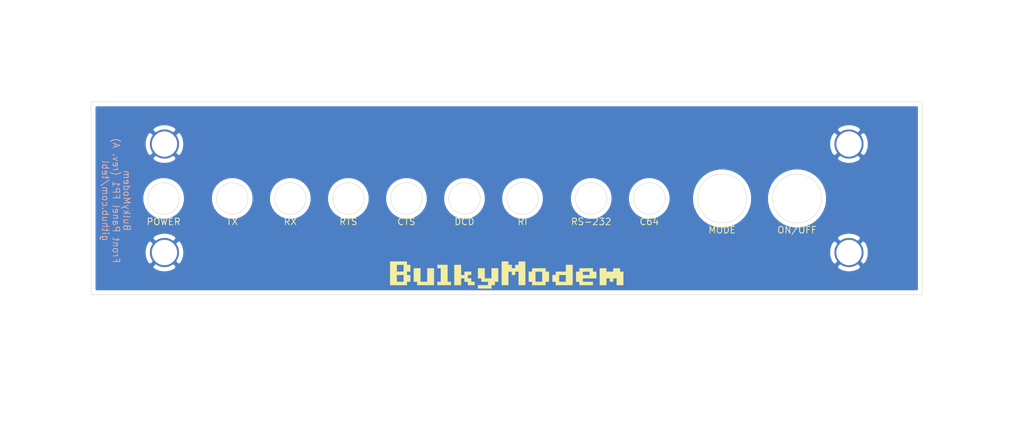
<source format=kicad_pcb>
(kicad_pcb (version 20171130) (host pcbnew "(5.1.8)-1")

  (general
    (thickness 1.6)
    (drawings 27)
    (tracks 0)
    (zones 0)
    (modules 5)
    (nets 2)
  )

  (page A4)
  (layers
    (0 F.Cu signal)
    (31 B.Cu signal)
    (32 B.Adhes user)
    (33 F.Adhes user)
    (34 B.Paste user)
    (35 F.Paste user)
    (36 B.SilkS user)
    (37 F.SilkS user)
    (38 B.Mask user)
    (39 F.Mask user)
    (40 Dwgs.User user)
    (41 Cmts.User user)
    (42 Eco1.User user)
    (43 Eco2.User user)
    (44 Edge.Cuts user)
    (45 Margin user)
    (46 B.CrtYd user)
    (47 F.CrtYd user)
    (48 B.Fab user hide)
    (49 F.Fab user)
  )

  (setup
    (last_trace_width 0.25)
    (trace_clearance 0.2)
    (zone_clearance 0.508)
    (zone_45_only no)
    (trace_min 0.2)
    (via_size 0.8)
    (via_drill 0.4)
    (via_min_size 0.4)
    (via_min_drill 0.3)
    (uvia_size 0.3)
    (uvia_drill 0.1)
    (uvias_allowed no)
    (uvia_min_size 0.2)
    (uvia_min_drill 0.1)
    (edge_width 0.05)
    (segment_width 0.2)
    (pcb_text_width 0.3)
    (pcb_text_size 1.5 1.5)
    (mod_edge_width 0.12)
    (mod_text_size 1 1)
    (mod_text_width 0.15)
    (pad_size 1.524 1.524)
    (pad_drill 0.762)
    (pad_to_mask_clearance 0)
    (aux_axis_origin 0 0)
    (grid_origin 141.09 121.579)
    (visible_elements 7FFFFFFF)
    (pcbplotparams
      (layerselection 0x011fc_ffffffff)
      (usegerberextensions true)
      (usegerberattributes false)
      (usegerberadvancedattributes false)
      (creategerberjobfile false)
      (excludeedgelayer true)
      (linewidth 0.100000)
      (plotframeref false)
      (viasonmask false)
      (mode 1)
      (useauxorigin false)
      (hpglpennumber 1)
      (hpglpenspeed 20)
      (hpglpendiameter 15.000000)
      (psnegative false)
      (psa4output false)
      (plotreference true)
      (plotvalue true)
      (plotinvisibletext false)
      (padsonsilk false)
      (subtractmaskfromsilk false)
      (outputformat 1)
      (mirror false)
      (drillshape 0)
      (scaleselection 1)
      (outputdirectory "export/"))
  )

  (net 0 "")
  (net 1 GND)

  (net_class Default "This is the default net class."
    (clearance 0.2)
    (trace_width 0.25)
    (via_dia 0.8)
    (via_drill 0.4)
    (uvia_dia 0.3)
    (uvia_drill 0.1)
  )

  (net_class PWR ""
    (clearance 0.2)
    (trace_width 0.381)
    (via_dia 0.8)
    (via_drill 0.4)
    (uvia_dia 0.3)
    (uvia_drill 0.1)
    (add_net GND)
  )

  (module artwork:BulkyModem_small locked (layer F.Cu) (tedit 0) (tstamp 62DF8E18)
    (at 141.09 131.8025)
    (fp_text reference G*** (at 0 0) (layer F.SilkS) hide
      (effects (font (size 1.524 1.524) (thickness 0.3)))
    )
    (fp_text value LOGO (at 0.75 0) (layer F.SilkS) hide
      (effects (font (size 1.524 1.524) (thickness 0.3)))
    )
    (fp_poly (pts (xy -2.644244 0.406807) (xy -1.83063 0.406807) (xy -1.83063 -0.813614) (xy -1.017017 -0.813614)
      (xy -1.017017 0.813613) (xy -1.423823 0.813613) (xy -1.423823 1.22042) (xy -1.83063 1.22042)
      (xy -1.83063 1.627227) (xy -3.457858 1.627227) (xy -3.457858 1.22042) (xy -2.237437 1.22042)
      (xy -2.237437 0.813613) (xy -3.051051 0.813613) (xy -3.051051 0.406807) (xy -3.457858 0.406807)
      (xy -3.457858 -0.813614) (xy -2.644244 -0.813614) (xy -2.644244 0.406807)) (layer F.SilkS) (width 0.01))
    (fp_poly (pts (xy -12.0008 -1.220421) (xy -11.593994 -1.220421) (xy -11.593994 -0.406807) (xy -12.0008 -0.406807)
      (xy -12.0008 0) (xy -11.593994 0) (xy -11.593994 0.813613) (xy -12.0008 0.813613)
      (xy -12.0008 1.22042) (xy -14.034834 1.22042) (xy -14.034834 0) (xy -13.221221 0)
      (xy -13.221221 0.813613) (xy -12.407607 0.813613) (xy -12.407607 0) (xy -13.221221 0)
      (xy -14.034834 0) (xy -14.034834 -1.220421) (xy -13.221221 -1.220421) (xy -13.221221 -0.406807)
      (xy -12.407607 -0.406807) (xy -12.407607 -1.220421) (xy -13.221221 -1.220421) (xy -14.034834 -1.220421)
      (xy -14.034834 -1.627227) (xy -12.0008 -1.627227) (xy -12.0008 -1.220421)) (layer F.SilkS) (width 0.01))
    (fp_poly (pts (xy -10.373573 0.813613) (xy -9.55996 0.813613) (xy -9.55996 -0.813614) (xy -8.746346 -0.813614)
      (xy -8.746346 1.22042) (xy -10.78038 1.22042) (xy -10.78038 0.813613) (xy -11.187187 0.813613)
      (xy -11.187187 -0.813614) (xy -10.373573 -0.813614) (xy -10.373573 0.813613)) (layer F.SilkS) (width 0.01))
    (fp_poly (pts (xy -7.119119 0.813613) (xy -6.712312 0.813613) (xy -6.712312 1.22042) (xy -8.339539 1.22042)
      (xy -8.339539 0.813613) (xy -7.932732 0.813613) (xy -7.932732 -0.813614) (xy -8.339539 -0.813614)
      (xy -8.339539 -1.220421) (xy -7.119119 -1.220421) (xy -7.119119 0.813613)) (layer F.SilkS) (width 0.01))
    (fp_poly (pts (xy -5.491892 0) (xy -5.085085 0) (xy -5.085085 -0.406807) (xy -4.271471 -0.406807)
      (xy -4.271471 0) (xy -4.678278 0) (xy -4.678278 0.406807) (xy -4.271471 0.406807)
      (xy -4.271471 0.813613) (xy -3.864664 0.813613) (xy -3.864664 1.22042) (xy -4.678278 1.22042)
      (xy -4.678278 0.813613) (xy -5.085085 0.813613) (xy -5.085085 0.406807) (xy -5.491892 0.406807)
      (xy -5.491892 1.22042) (xy -6.305505 1.22042) (xy -6.305505 -1.220421) (xy -5.491892 -1.220421)
      (xy -5.491892 0)) (layer F.SilkS) (width 0.01))
    (fp_poly (pts (xy 0.203404 -1.220421) (xy 0.610211 -1.220421) (xy 0.610211 -0.813614) (xy 1.017017 -0.813614)
      (xy 1.017017 -1.220421) (xy 1.423824 -1.220421) (xy 1.423824 -1.627227) (xy 2.237438 -1.627227)
      (xy 2.237438 1.22042) (xy 1.423824 1.22042) (xy 1.423824 -0.406807) (xy 1.017017 -0.406807)
      (xy 1.017017 0) (xy 0.610211 0) (xy 0.610211 -0.406807) (xy 0.203404 -0.406807)
      (xy 0.203404 1.22042) (xy -0.61021 1.22042) (xy -0.61021 -1.627227) (xy 0.203404 -1.627227)
      (xy 0.203404 -1.220421)) (layer F.SilkS) (width 0.01))
    (fp_poly (pts (xy 4.678279 -0.406807) (xy 5.085085 -0.406807) (xy 5.085085 0.813613) (xy 4.678279 0.813613)
      (xy 4.678279 1.22042) (xy 3.051051 1.22042) (xy 3.051051 0.813613) (xy 2.644245 0.813613)
      (xy 2.644245 -0.406807) (xy 3.051051 -0.406807) (xy 3.457858 -0.406807) (xy 3.457858 0.813613)
      (xy 4.271472 0.813613) (xy 4.271472 -0.406807) (xy 3.457858 -0.406807) (xy 3.051051 -0.406807)
      (xy 3.051051 -0.813614) (xy 4.678279 -0.813614) (xy 4.678279 -0.406807)) (layer F.SilkS) (width 0.01))
    (fp_poly (pts (xy 7.932733 1.22042) (xy 5.898699 1.22042) (xy 5.898699 0.813613) (xy 5.491892 0.813613)
      (xy 5.491892 0) (xy 5.898699 0) (xy 6.305506 0) (xy 6.305506 0.813613)
      (xy 7.119119 0.813613) (xy 7.119119 0) (xy 6.305506 0) (xy 5.898699 0)
      (xy 5.898699 -0.406807) (xy 7.119119 -0.406807) (xy 7.119119 -1.220421) (xy 7.932733 -1.220421)
      (xy 7.932733 1.22042)) (layer F.SilkS) (width 0.01))
    (fp_poly (pts (xy 10.373574 -0.406807) (xy 10.780381 -0.406807) (xy 10.780381 0.406807) (xy 9.153153 0.406807)
      (xy 9.153153 0.813613) (xy 10.373574 0.813613) (xy 10.373574 1.22042) (xy 8.746347 1.22042)
      (xy 8.746347 0.813613) (xy 8.33954 0.813613) (xy 8.33954 -0.406807) (xy 8.746347 -0.406807)
      (xy 9.153153 -0.406807) (xy 9.153153 0) (xy 9.966767 0) (xy 9.966767 -0.406807)
      (xy 9.153153 -0.406807) (xy 8.746347 -0.406807) (xy 8.746347 -0.813614) (xy 10.373574 -0.813614)
      (xy 10.373574 -0.406807)) (layer F.SilkS) (width 0.01))
    (fp_poly (pts (xy 12.000801 -0.406807) (xy 12.814415 -0.406807) (xy 12.814415 -0.813614) (xy 13.628028 -0.813614)
      (xy 13.628028 -0.406807) (xy 14.034835 -0.406807) (xy 14.034835 1.22042) (xy 13.221222 1.22042)
      (xy 13.221222 0.406807) (xy 12.814415 0.406807) (xy 12.814415 0.813613) (xy 12.407608 0.813613)
      (xy 12.407608 0.406807) (xy 12.000801 0.406807) (xy 12.000801 1.22042) (xy 11.187188 1.22042)
      (xy 11.187188 -0.813614) (xy 12.000801 -0.813614) (xy 12.000801 -0.406807)) (layer F.SilkS) (width 0.01))
  )

  (module mounting:M3_pin (layer F.Cu) (tedit 5F76331A) (tstamp 6282A424)
    (at 99.915 129.099)
    (descr "module 1 pin (ou trou mecanique de percage)")
    (tags DEV)
    (path /6282631C)
    (fp_text reference M1 (at 3.048 0) (layer F.Fab) hide
      (effects (font (size 1 1) (thickness 0.15)))
    )
    (fp_text value Mounting_Pin (at 0 3) (layer F.Fab) hide
      (effects (font (size 1 1) (thickness 0.15)))
    )
    (fp_circle (center 0 0) (end 2 0.8) (layer F.Fab) (width 0.1))
    (fp_circle (center 0 0) (end 2.6 0) (layer F.CrtYd) (width 0.05))
    (pad 1 thru_hole circle (at 0 0) (size 3.5 3.5) (drill 3.048) (layers *.Cu *.Mask)
      (net 1 GND) (solder_mask_margin 0.8))
  )

  (module mounting:M3_pin (layer F.Cu) (tedit 5F76331A) (tstamp 6282A42B)
    (at 182.265 129.099)
    (descr "module 1 pin (ou trou mecanique de percage)")
    (tags DEV)
    (path /62826824)
    (fp_text reference M2 (at 0 -3.048) (layer F.Fab) hide
      (effects (font (size 1 1) (thickness 0.15)))
    )
    (fp_text value Mounting_Pin (at 0 3) (layer F.Fab) hide
      (effects (font (size 1 1) (thickness 0.15)))
    )
    (fp_circle (center 0 0) (end 2.6 0) (layer F.CrtYd) (width 0.05))
    (fp_circle (center 0 0) (end 2 0.8) (layer F.Fab) (width 0.1))
    (pad 1 thru_hole circle (at 0 0) (size 3.5 3.5) (drill 3.048) (layers *.Cu *.Mask)
      (net 1 GND) (solder_mask_margin 0.8))
  )

  (module mounting:M3_pin (layer F.Cu) (tedit 5F76331A) (tstamp 6282A432)
    (at 182.265 116.049)
    (descr "module 1 pin (ou trou mecanique de percage)")
    (tags DEV)
    (path /62826D8F)
    (fp_text reference M3 (at 0 -3.048) (layer F.Fab) hide
      (effects (font (size 1 1) (thickness 0.15)))
    )
    (fp_text value Mounting_Pin (at 0 3) (layer F.Fab) hide
      (effects (font (size 1 1) (thickness 0.15)))
    )
    (fp_circle (center 0 0) (end 2.6 0) (layer F.CrtYd) (width 0.05))
    (fp_circle (center 0 0) (end 2 0.8) (layer F.Fab) (width 0.1))
    (pad 1 thru_hole circle (at 0 0) (size 3.5 3.5) (drill 3.048) (layers *.Cu *.Mask)
      (net 1 GND) (solder_mask_margin 0.8))
  )

  (module mounting:M3_pin (layer F.Cu) (tedit 5F76331A) (tstamp 6282A439)
    (at 99.915 116.049)
    (descr "module 1 pin (ou trou mecanique de percage)")
    (tags DEV)
    (path /62827110)
    (fp_text reference M4 (at 0 -3.048) (layer F.Fab) hide
      (effects (font (size 1 1) (thickness 0.15)))
    )
    (fp_text value Mounting_Pin (at 0 3) (layer F.Fab) hide
      (effects (font (size 1 1) (thickness 0.15)))
    )
    (fp_circle (center 0 0) (end 2.6 0) (layer F.CrtYd) (width 0.05))
    (fp_circle (center 0 0) (end 2 0.8) (layer F.Fab) (width 0.1))
    (pad 1 thru_hole circle (at 0 0) (size 3.5 3.5) (drill 3.048) (layers *.Cu *.Mask)
      (net 1 GND) (solder_mask_margin 0.8))
  )

  (gr_circle (center 166.998 122.595) (end 169.948 122.595) (layer Edge.Cuts) (width 0.05) (tstamp 62DF2951))
  (gr_text MODE (at 166.998 126.389) (layer F.SilkS) (tstamp 62DF2950)
    (effects (font (size 0.8 0.8) (thickness 0.1)))
  )
  (gr_circle (center 176.015 122.595) (end 178.965 122.595) (layer Edge.Cuts) (width 0.05) (tstamp 62DF2951))
  (gr_text ON/OFF (at 176.015 126.389) (layer F.SilkS) (tstamp 62DF2950)
    (effects (font (size 0.8 0.8) (thickness 0.1)))
  )
  (gr_circle (center 158.235 122.595) (end 160.135 122.595) (layer Edge.Cuts) (width 0.05) (tstamp 62DF2951))
  (gr_text C64 (at 158.235 125.389) (layer F.SilkS) (tstamp 62DF2950)
    (effects (font (size 0.8 0.8) (thickness 0.1)))
  )
  (gr_circle (center 151.25 122.595) (end 153.15 122.595) (layer Edge.Cuts) (width 0.05) (tstamp 62DF2951))
  (gr_text RS-232 (at 151.25 125.389) (layer F.SilkS) (tstamp 62DF2950)
    (effects (font (size 0.8 0.8) (thickness 0.1)))
  )
  (gr_circle (center 142.995 122.595) (end 144.895 122.595) (layer Edge.Cuts) (width 0.05) (tstamp 62DF2951))
  (gr_text RI (at 142.995 125.389) (layer F.SilkS) (tstamp 62DF2950)
    (effects (font (size 0.8 0.8) (thickness 0.1)))
  )
  (gr_circle (center 136.01 122.595) (end 137.91 122.595) (layer Edge.Cuts) (width 0.05) (tstamp 62DF2951))
  (gr_text DCD (at 136.01 125.389) (layer F.SilkS) (tstamp 62DF2950)
    (effects (font (size 0.8 0.8) (thickness 0.1)))
  )
  (gr_circle (center 129.025 122.595) (end 130.925 122.595) (layer Edge.Cuts) (width 0.05) (tstamp 62DF2951))
  (gr_text CTS (at 129.025 125.389) (layer F.SilkS) (tstamp 62DF2950)
    (effects (font (size 0.8 0.8) (thickness 0.1)))
  )
  (gr_circle (center 122.04 122.595) (end 123.94 122.595) (layer Edge.Cuts) (width 0.05) (tstamp 62DF2951))
  (gr_text RTS (at 122.04 125.389) (layer F.SilkS) (tstamp 62DF2950)
    (effects (font (size 0.8 0.8) (thickness 0.1)))
  )
  (gr_circle (center 115.055 122.595) (end 116.955 122.595) (layer Edge.Cuts) (width 0.05) (tstamp 62DF2951))
  (gr_text RX (at 115.055 125.389) (layer F.SilkS) (tstamp 62DF2950)
    (effects (font (size 0.8 0.8) (thickness 0.1)))
  )
  (gr_circle (center 108.07 122.595) (end 109.97 122.595) (layer Edge.Cuts) (width 0.05) (tstamp 62DF2951))
  (gr_text TX (at 108.07 125.389) (layer F.SilkS) (tstamp 62DF2950)
    (effects (font (size 0.8 0.8) (thickness 0.1)))
  )
  (gr_circle (center 99.815 122.595) (end 101.715 122.595) (layer Edge.Cuts) (width 0.05) (tstamp 62DF2951))
  (gr_text POWER (at 99.815 125.389) (layer F.SilkS) (tstamp 62DF2950)
    (effects (font (size 0.8 0.8) (thickness 0.1)))
  )
  (gr_text "BulkyModem\nFront Panel FP1 (rev. A)\ngithub.com/tebl" (at 94.1 122.849 270) (layer B.SilkS) (tstamp 6286D3C9)
    (effects (font (size 0.8 0.8) (thickness 0.1)) (justify mirror))
  )
  (gr_line (start 91.09 110.974) (end 191.09 110.974) (layer Edge.Cuts) (width 0.05) (tstamp 6282E71D))
  (gr_line (start 91.09 134.174) (end 191.09 134.174) (layer Edge.Cuts) (width 0.05) (tstamp 6282E1A2))
  (gr_line (start 91.09 110.974) (end 91.09 134.174) (layer Edge.Cuts) (width 0.05))
  (gr_line (start 191.09 134.174) (end 191.09 110.974) (layer Edge.Cuts) (width 0.05))

  (zone (net 1) (net_name GND) (layer B.Cu) (tstamp 0) (hatch edge 0.508)
    (connect_pads (clearance 0.508))
    (min_thickness 0.254)
    (fill yes (arc_segments 32) (thermal_gap 0.508) (thermal_bridge_width 0.508))
    (polygon
      (pts
        (xy 203.32 151.424) (xy 80.13 151.424) (xy 80.13 98.719) (xy 203.32 98.719)
      )
    )
    (filled_polygon
      (pts
        (xy 190.43 133.514) (xy 91.75 133.514) (xy 91.75 130.768609) (xy 98.424997 130.768609) (xy 98.611073 131.109766)
        (xy 99.028409 131.325513) (xy 99.479815 131.455696) (xy 99.947946 131.495313) (xy 100.414811 131.442842) (xy 100.862468 131.300297)
        (xy 101.218927 131.109766) (xy 101.405003 130.768609) (xy 180.774997 130.768609) (xy 180.961073 131.109766) (xy 181.378409 131.325513)
        (xy 181.829815 131.455696) (xy 182.297946 131.495313) (xy 182.764811 131.442842) (xy 183.212468 131.300297) (xy 183.568927 131.109766)
        (xy 183.755003 130.768609) (xy 182.265 129.278605) (xy 180.774997 130.768609) (xy 101.405003 130.768609) (xy 99.915 129.278605)
        (xy 98.424997 130.768609) (xy 91.75 130.768609) (xy 91.75 129.131946) (xy 97.518687 129.131946) (xy 97.571158 129.598811)
        (xy 97.713703 130.046468) (xy 97.904234 130.402927) (xy 98.245391 130.589003) (xy 99.735395 129.099) (xy 100.094605 129.099)
        (xy 101.584609 130.589003) (xy 101.925766 130.402927) (xy 102.141513 129.985591) (xy 102.271696 129.534185) (xy 102.305736 129.131946)
        (xy 179.868687 129.131946) (xy 179.921158 129.598811) (xy 180.063703 130.046468) (xy 180.254234 130.402927) (xy 180.595391 130.589003)
        (xy 182.085395 129.099) (xy 182.444605 129.099) (xy 183.934609 130.589003) (xy 184.275766 130.402927) (xy 184.491513 129.985591)
        (xy 184.621696 129.534185) (xy 184.661313 129.066054) (xy 184.608842 128.599189) (xy 184.466297 128.151532) (xy 184.275766 127.795073)
        (xy 183.934609 127.608997) (xy 182.444605 129.099) (xy 182.085395 129.099) (xy 180.595391 127.608997) (xy 180.254234 127.795073)
        (xy 180.038487 128.212409) (xy 179.908304 128.663815) (xy 179.868687 129.131946) (xy 102.305736 129.131946) (xy 102.311313 129.066054)
        (xy 102.258842 128.599189) (xy 102.116297 128.151532) (xy 101.925766 127.795073) (xy 101.584609 127.608997) (xy 100.094605 129.099)
        (xy 99.735395 129.099) (xy 98.245391 127.608997) (xy 97.904234 127.795073) (xy 97.688487 128.212409) (xy 97.558304 128.663815)
        (xy 97.518687 129.131946) (xy 91.75 129.131946) (xy 91.75 127.429391) (xy 98.424997 127.429391) (xy 99.915 128.919395)
        (xy 101.405003 127.429391) (xy 180.774997 127.429391) (xy 182.265 128.919395) (xy 183.755003 127.429391) (xy 183.568927 127.088234)
        (xy 183.151591 126.872487) (xy 182.700185 126.742304) (xy 182.232054 126.702687) (xy 181.765189 126.755158) (xy 181.317532 126.897703)
        (xy 180.961073 127.088234) (xy 180.774997 127.429391) (xy 101.405003 127.429391) (xy 101.218927 127.088234) (xy 100.801591 126.872487)
        (xy 100.350185 126.742304) (xy 99.882054 126.702687) (xy 99.415189 126.755158) (xy 98.967532 126.897703) (xy 98.611073 127.088234)
        (xy 98.424997 127.429391) (xy 91.75 127.429391) (xy 91.75 122.342116) (xy 97.247423 122.342116) (xy 97.247423 122.847884)
        (xy 97.346094 123.343934) (xy 97.539643 123.811204) (xy 97.820633 124.231735) (xy 98.178265 124.589367) (xy 98.598796 124.870357)
        (xy 99.066066 125.063906) (xy 99.562116 125.162577) (xy 100.067884 125.162577) (xy 100.563934 125.063906) (xy 101.031204 124.870357)
        (xy 101.451735 124.589367) (xy 101.809367 124.231735) (xy 102.090357 123.811204) (xy 102.283906 123.343934) (xy 102.382577 122.847884)
        (xy 102.382577 122.342116) (xy 105.502423 122.342116) (xy 105.502423 122.847884) (xy 105.601094 123.343934) (xy 105.794643 123.811204)
        (xy 106.075633 124.231735) (xy 106.433265 124.589367) (xy 106.853796 124.870357) (xy 107.321066 125.063906) (xy 107.817116 125.162577)
        (xy 108.322884 125.162577) (xy 108.818934 125.063906) (xy 109.286204 124.870357) (xy 109.706735 124.589367) (xy 110.064367 124.231735)
        (xy 110.345357 123.811204) (xy 110.538906 123.343934) (xy 110.637577 122.847884) (xy 110.637577 122.342116) (xy 112.487423 122.342116)
        (xy 112.487423 122.847884) (xy 112.586094 123.343934) (xy 112.779643 123.811204) (xy 113.060633 124.231735) (xy 113.418265 124.589367)
        (xy 113.838796 124.870357) (xy 114.306066 125.063906) (xy 114.802116 125.162577) (xy 115.307884 125.162577) (xy 115.803934 125.063906)
        (xy 116.271204 124.870357) (xy 116.691735 124.589367) (xy 117.049367 124.231735) (xy 117.330357 123.811204) (xy 117.523906 123.343934)
        (xy 117.622577 122.847884) (xy 117.622577 122.342116) (xy 119.472423 122.342116) (xy 119.472423 122.847884) (xy 119.571094 123.343934)
        (xy 119.764643 123.811204) (xy 120.045633 124.231735) (xy 120.403265 124.589367) (xy 120.823796 124.870357) (xy 121.291066 125.063906)
        (xy 121.787116 125.162577) (xy 122.292884 125.162577) (xy 122.788934 125.063906) (xy 123.256204 124.870357) (xy 123.676735 124.589367)
        (xy 124.034367 124.231735) (xy 124.315357 123.811204) (xy 124.508906 123.343934) (xy 124.607577 122.847884) (xy 124.607577 122.342116)
        (xy 126.457423 122.342116) (xy 126.457423 122.847884) (xy 126.556094 123.343934) (xy 126.749643 123.811204) (xy 127.030633 124.231735)
        (xy 127.388265 124.589367) (xy 127.808796 124.870357) (xy 128.276066 125.063906) (xy 128.772116 125.162577) (xy 129.277884 125.162577)
        (xy 129.773934 125.063906) (xy 130.241204 124.870357) (xy 130.661735 124.589367) (xy 131.019367 124.231735) (xy 131.300357 123.811204)
        (xy 131.493906 123.343934) (xy 131.592577 122.847884) (xy 131.592577 122.342116) (xy 133.442423 122.342116) (xy 133.442423 122.847884)
        (xy 133.541094 123.343934) (xy 133.734643 123.811204) (xy 134.015633 124.231735) (xy 134.373265 124.589367) (xy 134.793796 124.870357)
        (xy 135.261066 125.063906) (xy 135.757116 125.162577) (xy 136.262884 125.162577) (xy 136.758934 125.063906) (xy 137.226204 124.870357)
        (xy 137.646735 124.589367) (xy 138.004367 124.231735) (xy 138.285357 123.811204) (xy 138.478906 123.343934) (xy 138.577577 122.847884)
        (xy 138.577577 122.342116) (xy 140.427423 122.342116) (xy 140.427423 122.847884) (xy 140.526094 123.343934) (xy 140.719643 123.811204)
        (xy 141.000633 124.231735) (xy 141.358265 124.589367) (xy 141.778796 124.870357) (xy 142.246066 125.063906) (xy 142.742116 125.162577)
        (xy 143.247884 125.162577) (xy 143.743934 125.063906) (xy 144.211204 124.870357) (xy 144.631735 124.589367) (xy 144.989367 124.231735)
        (xy 145.270357 123.811204) (xy 145.463906 123.343934) (xy 145.562577 122.847884) (xy 145.562577 122.342116) (xy 148.682423 122.342116)
        (xy 148.682423 122.847884) (xy 148.781094 123.343934) (xy 148.974643 123.811204) (xy 149.255633 124.231735) (xy 149.613265 124.589367)
        (xy 150.033796 124.870357) (xy 150.501066 125.063906) (xy 150.997116 125.162577) (xy 151.502884 125.162577) (xy 151.998934 125.063906)
        (xy 152.466204 124.870357) (xy 152.886735 124.589367) (xy 153.244367 124.231735) (xy 153.525357 123.811204) (xy 153.718906 123.343934)
        (xy 153.817577 122.847884) (xy 153.817577 122.342116) (xy 155.667423 122.342116) (xy 155.667423 122.847884) (xy 155.766094 123.343934)
        (xy 155.959643 123.811204) (xy 156.240633 124.231735) (xy 156.598265 124.589367) (xy 157.018796 124.870357) (xy 157.486066 125.063906)
        (xy 157.982116 125.162577) (xy 158.487884 125.162577) (xy 158.983934 125.063906) (xy 159.451204 124.870357) (xy 159.871735 124.589367)
        (xy 160.229367 124.231735) (xy 160.510357 123.811204) (xy 160.703906 123.343934) (xy 160.802577 122.847884) (xy 160.802577 122.342116)
        (xy 160.782106 122.239198) (xy 163.385479 122.239198) (xy 163.385479 122.950802) (xy 163.524307 123.648733) (xy 163.796626 124.30617)
        (xy 164.191972 124.897848) (xy 164.695152 125.401028) (xy 165.28683 125.796374) (xy 165.944267 126.068693) (xy 166.642198 126.207521)
        (xy 167.353802 126.207521) (xy 168.051733 126.068693) (xy 168.70917 125.796374) (xy 169.300848 125.401028) (xy 169.804028 124.897848)
        (xy 170.199374 124.30617) (xy 170.471693 123.648733) (xy 170.610521 122.950802) (xy 170.610521 122.239198) (xy 172.402479 122.239198)
        (xy 172.402479 122.950802) (xy 172.541307 123.648733) (xy 172.813626 124.30617) (xy 173.208972 124.897848) (xy 173.712152 125.401028)
        (xy 174.30383 125.796374) (xy 174.961267 126.068693) (xy 175.659198 126.207521) (xy 176.370802 126.207521) (xy 177.068733 126.068693)
        (xy 177.72617 125.796374) (xy 178.317848 125.401028) (xy 178.821028 124.897848) (xy 179.216374 124.30617) (xy 179.488693 123.648733)
        (xy 179.627521 122.950802) (xy 179.627521 122.239198) (xy 179.488693 121.541267) (xy 179.216374 120.88383) (xy 178.821028 120.292152)
        (xy 178.317848 119.788972) (xy 177.72617 119.393626) (xy 177.068733 119.121307) (xy 176.370802 118.982479) (xy 175.659198 118.982479)
        (xy 174.961267 119.121307) (xy 174.30383 119.393626) (xy 173.712152 119.788972) (xy 173.208972 120.292152) (xy 172.813626 120.88383)
        (xy 172.541307 121.541267) (xy 172.402479 122.239198) (xy 170.610521 122.239198) (xy 170.471693 121.541267) (xy 170.199374 120.88383)
        (xy 169.804028 120.292152) (xy 169.300848 119.788972) (xy 168.70917 119.393626) (xy 168.051733 119.121307) (xy 167.353802 118.982479)
        (xy 166.642198 118.982479) (xy 165.944267 119.121307) (xy 165.28683 119.393626) (xy 164.695152 119.788972) (xy 164.191972 120.292152)
        (xy 163.796626 120.88383) (xy 163.524307 121.541267) (xy 163.385479 122.239198) (xy 160.782106 122.239198) (xy 160.703906 121.846066)
        (xy 160.510357 121.378796) (xy 160.229367 120.958265) (xy 159.871735 120.600633) (xy 159.451204 120.319643) (xy 158.983934 120.126094)
        (xy 158.487884 120.027423) (xy 157.982116 120.027423) (xy 157.486066 120.126094) (xy 157.018796 120.319643) (xy 156.598265 120.600633)
        (xy 156.240633 120.958265) (xy 155.959643 121.378796) (xy 155.766094 121.846066) (xy 155.667423 122.342116) (xy 153.817577 122.342116)
        (xy 153.718906 121.846066) (xy 153.525357 121.378796) (xy 153.244367 120.958265) (xy 152.886735 120.600633) (xy 152.466204 120.319643)
        (xy 151.998934 120.126094) (xy 151.502884 120.027423) (xy 150.997116 120.027423) (xy 150.501066 120.126094) (xy 150.033796 120.319643)
        (xy 149.613265 120.600633) (xy 149.255633 120.958265) (xy 148.974643 121.378796) (xy 148.781094 121.846066) (xy 148.682423 122.342116)
        (xy 145.562577 122.342116) (xy 145.463906 121.846066) (xy 145.270357 121.378796) (xy 144.989367 120.958265) (xy 144.631735 120.600633)
        (xy 144.211204 120.319643) (xy 143.743934 120.126094) (xy 143.247884 120.027423) (xy 142.742116 120.027423) (xy 142.246066 120.126094)
        (xy 141.778796 120.319643) (xy 141.358265 120.600633) (xy 141.000633 120.958265) (xy 140.719643 121.378796) (xy 140.526094 121.846066)
        (xy 140.427423 122.342116) (xy 138.577577 122.342116) (xy 138.478906 121.846066) (xy 138.285357 121.378796) (xy 138.004367 120.958265)
        (xy 137.646735 120.600633) (xy 137.226204 120.319643) (xy 136.758934 120.126094) (xy 136.262884 120.027423) (xy 135.757116 120.027423)
        (xy 135.261066 120.126094) (xy 134.793796 120.319643) (xy 134.373265 120.600633) (xy 134.015633 120.958265) (xy 133.734643 121.378796)
        (xy 133.541094 121.846066) (xy 133.442423 122.342116) (xy 131.592577 122.342116) (xy 131.493906 121.846066) (xy 131.300357 121.378796)
        (xy 131.019367 120.958265) (xy 130.661735 120.600633) (xy 130.241204 120.319643) (xy 129.773934 120.126094) (xy 129.277884 120.027423)
        (xy 128.772116 120.027423) (xy 128.276066 120.126094) (xy 127.808796 120.319643) (xy 127.388265 120.600633) (xy 127.030633 120.958265)
        (xy 126.749643 121.378796) (xy 126.556094 121.846066) (xy 126.457423 122.342116) (xy 124.607577 122.342116) (xy 124.508906 121.846066)
        (xy 124.315357 121.378796) (xy 124.034367 120.958265) (xy 123.676735 120.600633) (xy 123.256204 120.319643) (xy 122.788934 120.126094)
        (xy 122.292884 120.027423) (xy 121.787116 120.027423) (xy 121.291066 120.126094) (xy 120.823796 120.319643) (xy 120.403265 120.600633)
        (xy 120.045633 120.958265) (xy 119.764643 121.378796) (xy 119.571094 121.846066) (xy 119.472423 122.342116) (xy 117.622577 122.342116)
        (xy 117.523906 121.846066) (xy 117.330357 121.378796) (xy 117.049367 120.958265) (xy 116.691735 120.600633) (xy 116.271204 120.319643)
        (xy 115.803934 120.126094) (xy 115.307884 120.027423) (xy 114.802116 120.027423) (xy 114.306066 120.126094) (xy 113.838796 120.319643)
        (xy 113.418265 120.600633) (xy 113.060633 120.958265) (xy 112.779643 121.378796) (xy 112.586094 121.846066) (xy 112.487423 122.342116)
        (xy 110.637577 122.342116) (xy 110.538906 121.846066) (xy 110.345357 121.378796) (xy 110.064367 120.958265) (xy 109.706735 120.600633)
        (xy 109.286204 120.319643) (xy 108.818934 120.126094) (xy 108.322884 120.027423) (xy 107.817116 120.027423) (xy 107.321066 120.126094)
        (xy 106.853796 120.319643) (xy 106.433265 120.600633) (xy 106.075633 120.958265) (xy 105.794643 121.378796) (xy 105.601094 121.846066)
        (xy 105.502423 122.342116) (xy 102.382577 122.342116) (xy 102.283906 121.846066) (xy 102.090357 121.378796) (xy 101.809367 120.958265)
        (xy 101.451735 120.600633) (xy 101.031204 120.319643) (xy 100.563934 120.126094) (xy 100.067884 120.027423) (xy 99.562116 120.027423)
        (xy 99.066066 120.126094) (xy 98.598796 120.319643) (xy 98.178265 120.600633) (xy 97.820633 120.958265) (xy 97.539643 121.378796)
        (xy 97.346094 121.846066) (xy 97.247423 122.342116) (xy 91.75 122.342116) (xy 91.75 117.718609) (xy 98.424997 117.718609)
        (xy 98.611073 118.059766) (xy 99.028409 118.275513) (xy 99.479815 118.405696) (xy 99.947946 118.445313) (xy 100.414811 118.392842)
        (xy 100.862468 118.250297) (xy 101.218927 118.059766) (xy 101.405003 117.718609) (xy 180.774997 117.718609) (xy 180.961073 118.059766)
        (xy 181.378409 118.275513) (xy 181.829815 118.405696) (xy 182.297946 118.445313) (xy 182.764811 118.392842) (xy 183.212468 118.250297)
        (xy 183.568927 118.059766) (xy 183.755003 117.718609) (xy 182.265 116.228605) (xy 180.774997 117.718609) (xy 101.405003 117.718609)
        (xy 99.915 116.228605) (xy 98.424997 117.718609) (xy 91.75 117.718609) (xy 91.75 116.081946) (xy 97.518687 116.081946)
        (xy 97.571158 116.548811) (xy 97.713703 116.996468) (xy 97.904234 117.352927) (xy 98.245391 117.539003) (xy 99.735395 116.049)
        (xy 100.094605 116.049) (xy 101.584609 117.539003) (xy 101.925766 117.352927) (xy 102.141513 116.935591) (xy 102.271696 116.484185)
        (xy 102.305736 116.081946) (xy 179.868687 116.081946) (xy 179.921158 116.548811) (xy 180.063703 116.996468) (xy 180.254234 117.352927)
        (xy 180.595391 117.539003) (xy 182.085395 116.049) (xy 182.444605 116.049) (xy 183.934609 117.539003) (xy 184.275766 117.352927)
        (xy 184.491513 116.935591) (xy 184.621696 116.484185) (xy 184.661313 116.016054) (xy 184.608842 115.549189) (xy 184.466297 115.101532)
        (xy 184.275766 114.745073) (xy 183.934609 114.558997) (xy 182.444605 116.049) (xy 182.085395 116.049) (xy 180.595391 114.558997)
        (xy 180.254234 114.745073) (xy 180.038487 115.162409) (xy 179.908304 115.613815) (xy 179.868687 116.081946) (xy 102.305736 116.081946)
        (xy 102.311313 116.016054) (xy 102.258842 115.549189) (xy 102.116297 115.101532) (xy 101.925766 114.745073) (xy 101.584609 114.558997)
        (xy 100.094605 116.049) (xy 99.735395 116.049) (xy 98.245391 114.558997) (xy 97.904234 114.745073) (xy 97.688487 115.162409)
        (xy 97.558304 115.613815) (xy 97.518687 116.081946) (xy 91.75 116.081946) (xy 91.75 114.379391) (xy 98.424997 114.379391)
        (xy 99.915 115.869395) (xy 101.405003 114.379391) (xy 180.774997 114.379391) (xy 182.265 115.869395) (xy 183.755003 114.379391)
        (xy 183.568927 114.038234) (xy 183.151591 113.822487) (xy 182.700185 113.692304) (xy 182.232054 113.652687) (xy 181.765189 113.705158)
        (xy 181.317532 113.847703) (xy 180.961073 114.038234) (xy 180.774997 114.379391) (xy 101.405003 114.379391) (xy 101.218927 114.038234)
        (xy 100.801591 113.822487) (xy 100.350185 113.692304) (xy 99.882054 113.652687) (xy 99.415189 113.705158) (xy 98.967532 113.847703)
        (xy 98.611073 114.038234) (xy 98.424997 114.379391) (xy 91.75 114.379391) (xy 91.75 111.634) (xy 190.430001 111.634)
      )
    )
  )
)

</source>
